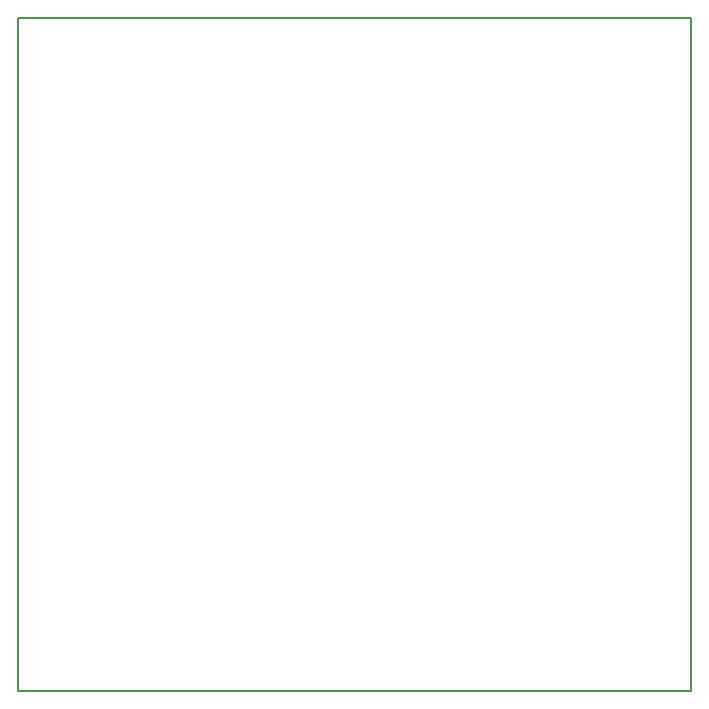
<source format=gbr>
%TF.GenerationSoftware,KiCad,Pcbnew,5.0.2-bee76a0~70~ubuntu18.04.1*%
%TF.CreationDate,2019-09-14T20:18:35+02:00*%
%TF.ProjectId,BT-Pcb-328P,42542d50-6362-42d3-9332-38502e6b6963,2.0*%
%TF.SameCoordinates,Original*%
%TF.FileFunction,Profile,NP*%
%FSLAX46Y46*%
G04 Gerber Fmt 4.6, Leading zero omitted, Abs format (unit mm)*
G04 Created by KiCad (PCBNEW 5.0.2-bee76a0~70~ubuntu18.04.1) date sab 14 set 2019 20:18:35 CEST*
%MOMM*%
%LPD*%
G01*
G04 APERTURE LIST*
%ADD10C,0.150000*%
G04 APERTURE END LIST*
D10*
X184040000Y-138320000D02*
X184040000Y-81320000D01*
X127040000Y-138320000D02*
X127040000Y-81320000D01*
X127040000Y-138320000D02*
X184040000Y-138320000D01*
X127040000Y-81320000D02*
X184040000Y-81320000D01*
M02*

</source>
